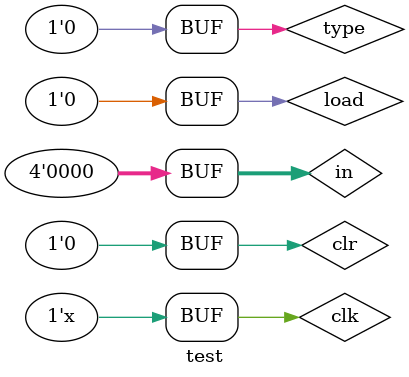
<source format=v>
`timescale 1ns / 1ps


module test;

	// Inputs
	reg clk;
	reg clr;
	reg load;
	reg type;
	reg [3:0] in;

	// Outputs
	wire [6:0] a_to_g;
	wire [3:0] an;

	// Instantiate the Unit Under Test (UUT)
	top uut (
		.clk(clk), 
		.clr(clr), 
		.load(load), 
		.type(type), 
		.in(in), 
		.a_to_g(a_to_g), 
		.an(an)
	);

	initial begin
		// Initialize Inputs
		clk = 0;
		clr = 0;
		load = 0;
		type = 0;
		in = 0;

		// Wait 100 ns for global reset to finish
		#100;
        
		// Add stimulus here

	end
   always #20 clk <= ~clk;
endmodule


</source>
